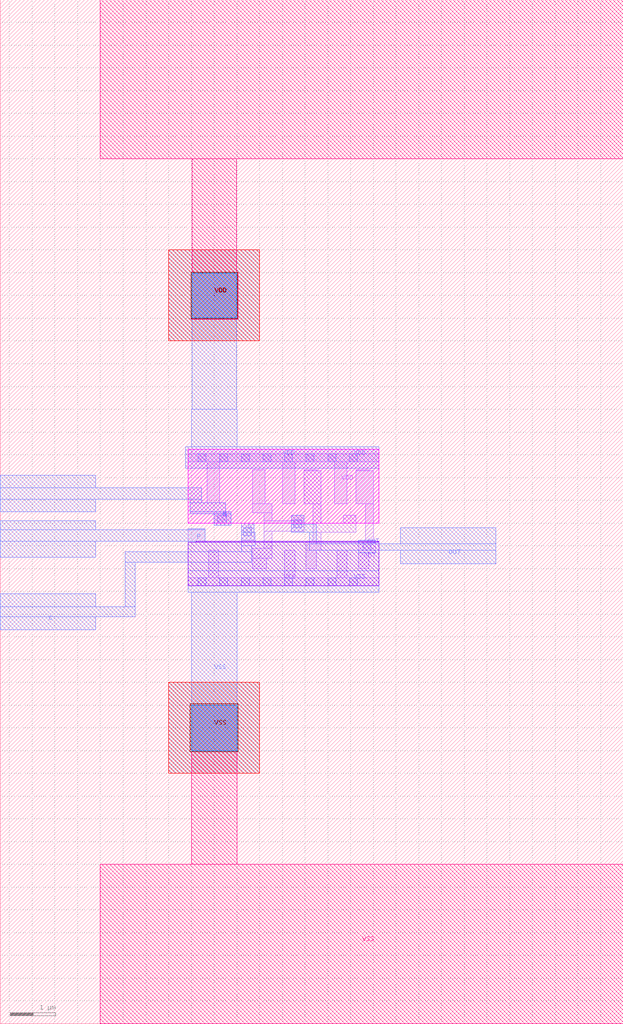
<source format=lef>
VERSION 5.7 ;
  NOWIREEXTENSIONATPIN ON ;
  DIVIDERCHAR "/" ;
  BUSBITCHARS "[]" ;
MACRO muler
  CLASS BLOCK ;
  FOREIGN muler ;
  ORIGIN 2.700 14.500 ;
  SIZE 13.700 BY 22.500 ;
  PIN VSS
    DIRECTION INPUT ;
    USE GROUND ;
    PORT
      LAYER li1 ;
        RECT 1.875 -4.700 2.100 -4.100 ;
        RECT 3.550 -4.700 3.775 -4.100 ;
        RECT 4.700 -4.700 4.925 -4.100 ;
        RECT 1.425 -4.875 5.625 -4.700 ;
      LAYER mcon ;
        RECT 1.650 -4.875 1.825 -4.700 ;
        RECT 2.125 -4.875 2.300 -4.700 ;
        RECT 2.600 -4.875 2.775 -4.700 ;
        RECT 3.075 -4.875 3.250 -4.700 ;
        RECT 3.550 -4.875 3.725 -4.700 ;
        RECT 4.025 -4.875 4.200 -4.700 ;
        RECT 4.500 -4.875 4.675 -4.700 ;
        RECT 4.975 -4.875 5.150 -4.700 ;
      LAYER met1 ;
        RECT 1.425 -5.025 5.625 -4.550 ;
        RECT 1.500 -8.530 2.500 -5.025 ;
      LAYER via ;
        RECT 1.500 -8.500 2.500 -7.500 ;
      LAYER met2 ;
        RECT 1.000 -9.000 3.000 -7.000 ;
      LAYER via2 ;
        RECT 1.500 -8.500 2.500 -7.500 ;
      LAYER met3 ;
        RECT 1.000 -9.000 3.000 -7.000 ;
      LAYER via3 ;
        RECT 1.475 -8.525 2.525 -7.475 ;
      LAYER met4 ;
        RECT 1.470 -8.530 2.530 -7.470 ;
        RECT 1.500 -11.000 2.500 -8.530 ;
        RECT -0.500 -14.500 11.000 -11.000 ;
    END
  END VSS
  PIN VDD
    DIRECTION INPUT ;
    USE POWER ;
    PORT
      LAYER li1 ;
        RECT 1.425 -2.150 5.625 -1.975 ;
        RECT 1.850 -3.050 2.125 -2.150 ;
        RECT 3.500 -3.075 3.775 -2.150 ;
        RECT 4.650 -3.075 4.925 -2.150 ;
      LAYER mcon ;
        RECT 1.650 -2.150 1.825 -1.975 ;
        RECT 2.125 -2.150 2.300 -1.975 ;
        RECT 2.600 -2.150 2.775 -1.975 ;
        RECT 3.075 -2.150 3.250 -1.975 ;
        RECT 3.550 -2.150 3.725 -1.975 ;
        RECT 4.025 -2.150 4.200 -1.975 ;
        RECT 4.500 -2.150 4.675 -1.975 ;
        RECT 4.975 -2.150 5.150 -1.975 ;
      LAYER met1 ;
        RECT 1.520 -1.000 2.495 2.015 ;
        RECT 1.500 -1.825 2.500 -1.000 ;
        RECT 1.375 -2.300 5.625 -1.825 ;
      LAYER via ;
        RECT 1.520 1.010 2.495 1.985 ;
      LAYER met2 ;
        RECT 1.000 0.500 3.000 2.500 ;
      LAYER via2 ;
        RECT 1.520 1.010 2.495 1.985 ;
      LAYER met3 ;
        RECT 1.000 0.500 3.000 2.500 ;
      LAYER via3 ;
        RECT 1.495 0.985 2.520 2.010 ;
      LAYER met4 ;
        RECT -0.500 4.500 11.000 8.000 ;
        RECT 1.520 2.015 2.495 4.500 ;
        RECT 1.490 0.980 2.525 2.015 ;
    END
  END VDD
  PIN M
    DIRECTION INPUT ;
    USE SIGNAL ;
    ANTENNAGATEAREA 0.116250 ;
    PORT
      LAYER li1 ;
        RECT 2.000 -3.550 2.375 -3.250 ;
      LAYER mcon ;
        RECT 2.075 -3.500 2.275 -3.325 ;
      LAYER met1 ;
        RECT -2.700 -2.725 -0.600 -2.450 ;
        RECT -2.700 -2.975 1.725 -2.725 ;
        RECT -2.700 -3.250 -0.600 -2.975 ;
        RECT 1.475 -3.050 1.725 -2.975 ;
        RECT 1.475 -3.250 2.250 -3.050 ;
        RECT 1.475 -3.300 2.375 -3.250 ;
        RECT 2.000 -3.550 2.375 -3.300 ;
    END
  END M
  PIN P
    DIRECTION INPUT ;
    USE SIGNAL ;
    PORT
      LAYER met1 ;
        RECT -2.700 -3.650 -0.600 -3.450 ;
        RECT 1.425 -3.650 1.800 -3.625 ;
        RECT -2.700 -3.900 1.800 -3.650 ;
        RECT -2.700 -4.250 -0.600 -3.900 ;
        RECT 1.425 -3.925 1.800 -3.900 ;
    END
  END P
  PIN C
    DIRECTION INPUT ;
    USE SIGNAL ;
    ANTENNAGATEAREA 0.195000 ;
    PORT
      LAYER li1 ;
        RECT 2.600 -3.875 2.875 -3.500 ;
      LAYER mcon ;
        RECT 2.650 -3.775 2.825 -3.600 ;
      LAYER met1 ;
        RECT 2.600 -3.700 2.875 -3.500 ;
        RECT 2.600 -4.000 2.900 -3.700 ;
        RECT 2.600 -4.135 2.825 -4.000 ;
        RECT 0.040 -4.360 2.825 -4.135 ;
        RECT -2.700 -5.335 -0.600 -5.050 ;
        RECT 0.040 -5.335 0.265 -4.360 ;
        RECT -2.700 -5.560 0.265 -5.335 ;
        RECT -2.700 -5.850 -0.600 -5.560 ;
    END
  END C
  PIN OUT
    DIRECTION OUTPUT ;
    USE SIGNAL ;
    ANTENNAGATEAREA 0.195000 ;
    ANTENNADIFFAREA 0.780000 ;
    PORT
      LAYER li1 ;
        RECT 2.850 -3.075 3.125 -2.325 ;
        RECT 5.125 -2.350 5.400 -2.325 ;
        RECT 5.125 -3.075 5.500 -2.350 ;
        RECT 2.850 -3.275 3.275 -3.075 ;
        RECT 3.100 -3.450 3.275 -3.275 ;
        RECT 3.700 -3.450 3.975 -3.325 ;
        RECT 3.100 -3.675 3.975 -3.450 ;
        RECT 3.100 -4.050 3.275 -3.675 ;
        RECT 3.700 -3.700 3.975 -3.675 ;
        RECT 5.325 -3.875 5.500 -3.075 ;
        RECT 2.850 -4.275 3.275 -4.050 ;
        RECT 5.175 -4.150 5.550 -3.875 ;
        RECT 2.850 -4.500 3.150 -4.275 ;
        RECT 5.175 -4.500 5.400 -4.150 ;
      LAYER mcon ;
        RECT 3.750 -3.600 3.925 -3.425 ;
        RECT 5.275 -4.100 5.450 -3.925 ;
      LAYER met1 ;
        RECT 3.700 -3.525 3.975 -3.325 ;
        RECT 3.700 -3.700 4.250 -3.525 ;
        RECT 4.100 -3.950 4.250 -3.700 ;
        RECT 5.175 -3.950 5.550 -3.875 ;
        RECT 6.100 -3.950 8.200 -3.600 ;
        RECT 4.100 -4.100 8.200 -3.950 ;
        RECT 5.175 -4.150 5.550 -4.100 ;
        RECT 6.100 -4.400 8.200 -4.100 ;
    END
  END OUT
  OBS
      LAYER nwell ;
        RECT 1.425 -3.500 5.625 -1.875 ;
      LAYER pwell ;
        RECT 1.600 -3.925 5.625 -3.900 ;
        RECT 1.425 -4.875 5.625 -3.925 ;
      LAYER li1 ;
        RECT 3.975 -2.350 4.250 -2.325 ;
        RECT 3.975 -3.075 4.350 -2.350 ;
        RECT 4.175 -3.500 4.350 -3.075 ;
        RECT 4.850 -3.500 5.125 -3.325 ;
        RECT 1.425 -3.925 1.800 -3.625 ;
        RECT 4.175 -3.700 5.125 -3.500 ;
        RECT 4.175 -3.900 4.350 -3.700 ;
        RECT 4.025 -4.100 4.350 -3.900 ;
        RECT 4.025 -4.500 4.250 -4.100 ;
  END
END muler
END LIBRARY


</source>
